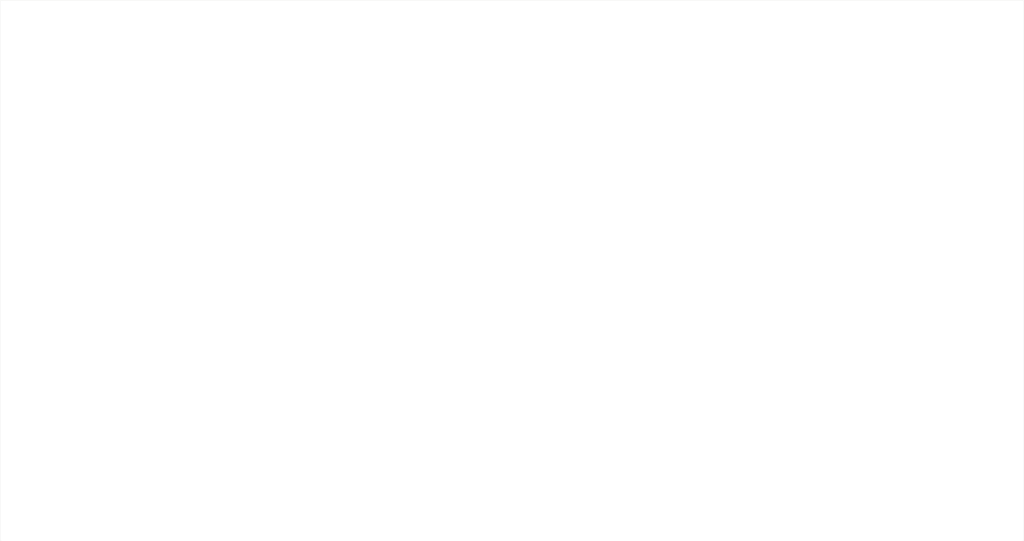
<source format=kicad_pcb>
(kicad_pcb
	(version 20241229)
	(generator "pcbnew")
	(generator_version "9.0")
	(general
		(thickness 1.6)
		(legacy_teardrops no)
	)
	(paper "A3")
	(layers
		(0 "F.Cu" signal)
		(2 "B.Cu" signal)
		(9 "F.Adhes" user "F.Adhesive")
		(11 "B.Adhes" user "B.Adhesive")
		(13 "F.Paste" user)
		(15 "B.Paste" user)
		(5 "F.SilkS" user "F.Silkscreen")
		(7 "B.SilkS" user "B.Silkscreen")
		(1 "F.Mask" user)
		(3 "B.Mask" user)
		(17 "Dwgs.User" user "User.Drawings")
		(19 "Cmts.User" user "User.Comments")
		(21 "Eco1.User" user "User.Eco1")
		(23 "Eco2.User" user "User.Eco2")
		(25 "Edge.Cuts" user)
		(27 "Margin" user)
		(31 "F.CrtYd" user "F.Courtyard")
		(29 "B.CrtYd" user "B.Courtyard")
		(35 "F.Fab" user)
		(33 "B.Fab" user)
		(39 "User.1" user)
		(41 "User.2" user)
		(43 "User.3" user)
		(45 "User.4" user)
	)
	(setup
		(pad_to_mask_clearance 0)
		(allow_soldermask_bridges_in_footprints no)
		(tenting front back)
		(pcbplotparams
			(layerselection 0x00000000_00000000_55555555_5755f5ff)
			(plot_on_all_layers_selection 0x00000000_00000000_00000000_00000000)
			(disableapertmacros no)
			(usegerberextensions no)
			(usegerberattributes yes)
			(usegerberadvancedattributes yes)
			(creategerberjobfile yes)
			(dashed_line_dash_ratio 12.000000)
			(dashed_line_gap_ratio 3.000000)
			(svgprecision 4)
			(plotframeref no)
			(mode 1)
			(useauxorigin no)
			(hpglpennumber 1)
			(hpglpenspeed 20)
			(hpglpendiameter 15.000000)
			(pdf_front_fp_property_popups yes)
			(pdf_back_fp_property_popups yes)
			(pdf_metadata yes)
			(pdf_single_document no)
			(dxfpolygonmode yes)
			(dxfimperialunits yes)
			(dxfusepcbnewfont yes)
			(psnegative no)
			(psa4output no)
			(plot_black_and_white yes)
			(plotinvisibletext no)
			(sketchpadsonfab no)
			(plotpadnumbers no)
			(hidednponfab no)
			(sketchdnponfab yes)
			(crossoutdnponfab yes)
			(subtractmaskfromsilk no)
			(outputformat 1)
			(mirror no)
			(drillshape 1)
			(scaleselection 1)
			(outputdirectory "")
		)
	)
	(net 0 "")
	(gr_line
		(start 377.307553 49.004446)
		(end 377.303553 224.496446)
		(stroke
			(width 0.05)
			(type solid)
		)
		(layer "Edge.Cuts")
		(uuid "15226cc6-ffa6-4efe-9e30-c125bc952cab")
	)
	(gr_arc
		(start 43.603553 49.003553)
		(mid 43.75 48.65)
		(end 44.103553 48.503553)
		(stroke
			(width 0.05)
			(type solid)
		)
		(layer "Edge.Cuts")
		(uuid "1e68e30a-8ed9-4ece-b1e2-79cf32441275")
	)
	(gr_arc
		(start 376.803553 48.503552)
		(mid 377.157106 48.649999)
		(end 377.303553 49.003552)
		(stroke
			(width 0.05)
			(type solid)
		)
		(layer "Edge.Cuts")
		(uuid "49aefdaf-6c7d-47cd-be6d-c572948e19d9")
	)
	(gr_arc
		(start 44.103553 224.996447)
		(mid 43.75 224.85)
		(end 43.603553 224.496447)
		(stroke
			(width 0.05)
			(type solid)
		)
		(layer "Edge.Cuts")
		(uuid "61daff72-ac2a-4efb-b29b-a9cd86cd7b00")
	)
	(gr_line
		(start 44.1036 48.503553)
		(end 376.8036 48.503553)
		(stroke
			(width 0.05)
			(type solid)
		)
		(layer "Edge.Cuts")
		(uuid "623218f5-230f-48e9-bdb7-2588c97fc7fb")
	)
	(gr_line
		(start 43.599553 224.495553)
		(end 43.603553 49.003553)
		(stroke
			(width 0.05)
			(type solid)
		)
		(layer "Edge.Cuts")
		(uuid "6c1b0cc0-1fac-4931-a75e-682535742589")
	)
	(gr_line
		(start 44.103553 224.996446)
		(end 376.803553 224.996446)
		(stroke
			(width 0.05)
			(type solid)
		)
		(layer "Edge.Cuts")
		(uuid "9747cdc3-ad29-4f8b-84ae-fa6bf8673140")
	)
	(gr_arc
		(start 377.303553 224.496446)
		(mid 377.157106 224.849999)
		(end 376.803553 224.996446)
		(stroke
			(width 0.05)
			(type solid)
		)
		(layer "Edge.Cuts")
		(uuid "fcb22a69-2731-42d1-8b12-12d794d2a6b2")
	)
	(embedded_fonts no)
)

</source>
